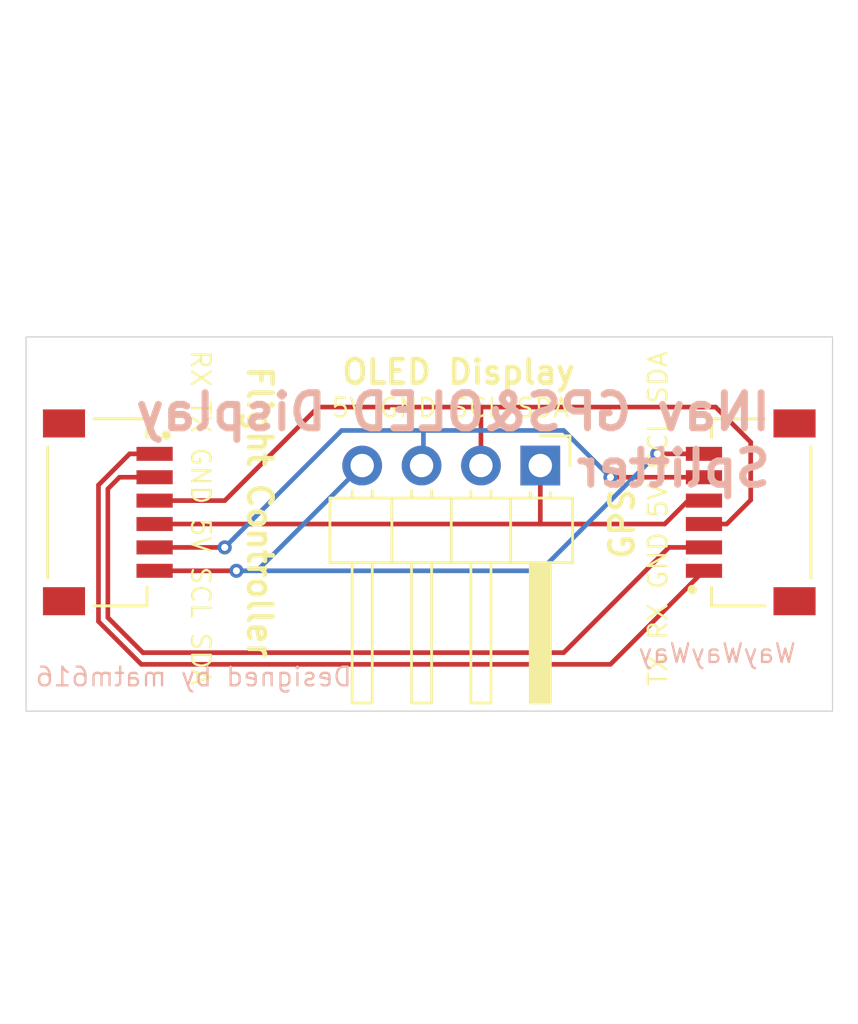
<source format=kicad_pcb>
(kicad_pcb (version 20241229) (generator "pcbnew") (generator_version "9.0")
  (title_block (title "INav GPS&Mag + I2C OLED Display splitter") (date "2025-04-05") (rev "1") (company "matm616"))
  (layers (0 "F.Cu" signal) (2 "B.Cu" signal) (13 "F.Paste" user) (15 "B.Paste" user) (5 "F.SilkS" user "F.Silkscreen") (7 "B.SilkS" user "B.Silkscreen") (1 "F.Mask" user) (3 "B.Mask" user) (25 "Edge.Cuts" user))
  (net 0 "")
  (net 1 "/RX")
  (net 2 "/GND")
  (net 3 "/5V")
  (net 4 "/SCL")
  (net 6 "/SDA")
  (net 7 "/TX")
  (footprint "SM06B-SRSS-TB_LF__SN_:JST_SM06B-SRSS-TB_LF__SN_" (layer "F.Cu") (at 79.5 78 -90)
    (property "Reference" "Flight Controller" (at 0 -4.5 270) (layer "F.SilkS") (effects (font (thickness 0.2) (bold yes))))
    (property "Value" "SM06B-SRSS-TB_LF__SN_")
    (fp_line (start -2.8 4.575) (end 2.8 4.575) (stroke (width 0.127)) (layer "F.SilkS"))
    (fp_line (start -4 0.325) (end -4 2.6) (stroke (width 0.127)) (layer "F.SilkS"))
    (fp_line (start -3.2 0.325) (end -4 0.325) (stroke (width 0.127)) (layer "F.SilkS"))
    (fp_line (start 3.2 0.325) (end 4 0.325) (stroke (width 0.127)) (layer "F.SilkS"))
    (fp_line (start 4 0.325) (end 4 2.6) (stroke (width 0.127)) (layer "F.SilkS"))
    (fp_circle (center -3.3 -0.5) (end -3.2 -0.5) (stroke (width 0.2)) (fill no) (layer "F.SilkS"))
    (pad "1" smd rect (at -2.5 0 270) (size 0.6 1.55) (layers "F.Cu" "F.Mask" "F.Paste") (net 1 "/RX"))
    (pad "2" smd rect (at -1.5 0 270) (size 0.6 1.55) (layers "F.Cu" "F.Mask" "F.Paste") (net 7 "/TX"))
    (pad "3" smd rect (at -0.5 0 270) (size 0.6 1.55) (layers "F.Cu" "F.Mask" "F.Paste") (net 2 "/GND"))
    (pad "4" smd rect (at 0.5 0 270) (size 0.6 1.55) (layers "F.Cu" "F.Mask" "F.Paste") (net 3 "/5V"))
    (pad "5" smd rect (at 1.5 0 270) (size 0.6 1.55) (layers "F.Cu" "F.Mask" "F.Paste") (net 4 "/SCL"))
    (pad "6" smd rect (at 2.5 0 270) (size 0.6 1.55) (layers "F.Cu" "F.Mask" "F.Paste") (net 6 "/SDA"))
    (pad "S1" smd rect (at -3.8 3.875 270) (size 1.2 1.8) (layers "F.Cu" "F.Mask" "F.Paste"))
    (pad "S2" smd rect (at 3.8 3.875 270) (size 1.2 1.8) (layers "F.Cu" "F.Mask" "F.Paste"))
  )
  (footprint "Connector_PinHeader_2.54mm:PinHeader_1x04_P2.54mm_Horizontal" (layer "F.Cu") (at 96 76 -90)
    (property "Reference" "OLED Display" (at -4 3.5 180) (layer "F.SilkS") (effects (font (thickness 0.2) (bold yes))))
    (property "Value" "Conn_01x04")
    (fp_line (start 1.39 9) (end 4.15 9) (stroke (width 0.12)) (layer "F.SilkS"))
    (fp_line (start 4.15 9) (end 4.15 -1.38) (stroke (width 0.12)) (layer "F.SilkS"))
    (fp_line (start 1.077358 8.05) (end 1.39 8.05) (stroke (width 0.12)) (layer "F.SilkS"))
    (fp_line (start 10.15 8.05) (end 4.15 8.05) (stroke (width 0.12)) (layer "F.SilkS"))
    (fp_line (start 1.077358 7.19) (end 1.39 7.19) (stroke (width 0.12)) (layer "F.SilkS"))
    (fp_line (start 4.15 7.19) (end 10.15 7.19) (stroke (width 0.12)) (layer "F.SilkS"))
    (fp_line (start 10.15 7.19) (end 10.15 8.05) (stroke (width 0.12)) (layer "F.SilkS"))
    (fp_line (start 1.39 6.35) (end 4.15 6.35) (stroke (width 0.12)) (layer "F.SilkS"))
    (fp_line (start 1.077358 5.51) (end 1.39 5.51) (stroke (width 0.12)) (layer "F.SilkS"))
    (fp_line (start 10.15 5.51) (end 4.15 5.51) (stroke (width 0.12)) (layer "F.SilkS"))
    (fp_line (start 1.077358 4.65) (end 1.39 4.65) (stroke (width 0.12)) (layer "F.SilkS"))
    (fp_line (start 4.15 4.65) (end 10.15 4.65) (stroke (width 0.12)) (layer "F.SilkS"))
    (fp_line (start 10.15 4.65) (end 10.15 5.51) (stroke (width 0.12)) (layer "F.SilkS"))
    (fp_line (start 1.39 3.81) (end 4.15 3.81) (stroke (width 0.12)) (layer "F.SilkS"))
    (fp_line (start 1.077358 2.97) (end 1.39 2.97) (stroke (width 0.12)) (layer "F.SilkS"))
    (fp_line (start 10.15 2.97) (end 4.15 2.97) (stroke (width 0.12)) (layer "F.SilkS"))
    (fp_line (start 1.077358 2.11) (end 1.39 2.11) (stroke (width 0.12)) (layer "F.SilkS"))
    (fp_line (start 4.15 2.11) (end 10.15 2.11) (stroke (width 0.12)) (layer "F.SilkS"))
    (fp_line (start 10.15 2.11) (end 10.15 2.97) (stroke (width 0.12)) (layer "F.SilkS"))
    (fp_line (start 1.39 1.27) (end 4.15 1.27) (stroke (width 0.12)) (layer "F.SilkS"))
    (fp_line (start 1.16 0.43) (end 1.39 0.43) (stroke (width 0.12)) (layer "F.SilkS"))
    (fp_line (start -1.27 0) (end -1.27 -1.27) (stroke (width 0.12)) (layer "F.SilkS"))
    (fp_line (start 1.16 -0.43) (end 1.39 -0.43) (stroke (width 0.12)) (layer "F.SilkS"))
    (fp_line (start -1.27 -1.27) (end 0 -1.27) (stroke (width 0.12)) (layer "F.SilkS"))
    (fp_line (start 1.39 -1.38) (end 1.39 9) (stroke (width 0.12)) (layer "F.SilkS"))
    (fp_line (start 4.15 -1.38) (end 1.39 -1.38) (stroke (width 0.12)) (layer "F.SilkS"))
    (fp_rect (start 4.15 -0.43) (end 10.15 0.43) (stroke (width 0.12)) (fill yes) (layer "F.SilkS"))
    (pad "1" thru_hole rect (at 0 0 270) (size 1.7 1.7) (drill 1) (layers "*.Cu" "*.Mask") (net 3 "/5V"))
    (pad "2" thru_hole circle (at 0 2.54 270) (size 1.7 1.7) (drill 1) (layers "*.Cu" "*.Mask") (net 2 "/GND"))
    (pad "3" thru_hole circle (at 0 5.08 270) (size 1.7 1.7) (drill 1) (layers "*.Cu" "*.Mask") (net 4 "/SCL"))
    (pad "4" thru_hole circle (at 0 7.62 270) (size 1.7 1.7) (drill 1) (layers "*.Cu" "*.Mask") (net 6 "/SDA"))
  )
  (footprint "SM06B-SRSS-TB_LF__SN_:JST_SM06B-SRSS-TB_LF__SN_" (layer "F.Cu") (at 103 78 90)
    (property "Reference" "GPS" (at -0.5 -3.5 90) (layer "F.SilkS") (effects (font (thickness 0.2) (bold yes))))
    (property "Value" "SM06B-SRSS-TB_LF__SN_")
    (fp_line (start 4 0.325) (end 4 2.6) (stroke (width 0.127)) (layer "F.SilkS"))
    (fp_line (start 3.2 0.325) (end 4 0.325) (stroke (width 0.127)) (layer "F.SilkS"))
    (fp_line (start -3.2 0.325) (end -4 0.325) (stroke (width 0.127)) (layer "F.SilkS"))
    (fp_line (start -4 0.325) (end -4 2.6) (stroke (width 0.127)) (layer "F.SilkS"))
    (fp_line (start -2.8 4.575) (end 2.8 4.575) (stroke (width 0.127)) (layer "F.SilkS"))
    (fp_circle (center -3.3 -0.5) (end -3.2 -0.5) (stroke (width 0.2)) (fill no) (layer "F.SilkS"))
    (pad "1" smd rect (at -2.5 0 90) (size 0.6 1.55) (layers "F.Cu" "F.Mask" "F.Paste") (net 1 "/RX"))
    (pad "2" smd rect (at -1.5 0 90) (size 0.6 1.55) (layers "F.Cu" "F.Mask" "F.Paste") (net 7 "/TX"))
    (pad "3" smd rect (at -0.5 0 90) (size 0.6 1.55) (layers "F.Cu" "F.Mask" "F.Paste") (net 2 "/GND"))
    (pad "4" smd rect (at 0.5 0 90) (size 0.6 1.55) (layers "F.Cu" "F.Mask" "F.Paste") (net 3 "/5V"))
    (pad "5" smd rect (at 1.5 0 90) (size 0.6 1.55) (layers "F.Cu" "F.Mask" "F.Paste") (net 4 "/SCL"))
    (pad "6" smd rect (at 2.5 0 90) (size 0.6 1.55) (layers "F.Cu" "F.Mask" "F.Paste") (net 6 "/SDA"))
    (pad "S1" smd rect (at -3.8 3.875 90) (size 1.2 1.8) (layers "F.Cu" "F.Mask" "F.Paste"))
    (pad "S2" smd rect (at 3.8 3.875 90) (size 1.2 1.8) (layers "F.Cu" "F.Mask" "F.Paste"))
  )
  (gr_rect (start 74 70.5) (end 108.5 86.5) (stroke (width 0.05)) (fill no) (layer "Edge.Cuts"))
  (gr_text "TX RX GND 5V SCL SDA" (at 101.5 85.5 90) (layer "F.SilkS") (effects (font (size 0.8 0.8) (thickness 0.1)) (justify left bottom)))
  (gr_text "RX TX GND 5V SCL SDA" (at 81 71 270) (layer "F.SilkS") (effects (font (size 0.8 0.8) (thickness 0.1)) (justify left bottom)))
  (gr_text "5V GND SCL SDA" (at 87 74 0) (layer "F.SilkS") (effects (font (size 0.8 0.8) (thickness 0.1)) (justify left bottom)))
  (gr_text "INav GPS&OLED Display\nSplitter" (at 106 77 0) (layer "B.SilkS") (effects (font (size 1.5 1.5) (thickness 0.3) (bold yes)) (justify left bottom mirror)))
  (gr_text "WayWayWay" (at 107 84.5 0) (layer "B.SilkS") (effects (font (size 0.8 0.8) (thickness 0.1)) (justify left bottom mirror)))
  (gr_text "Designed by matm616" (at 88 85.5 0) (layer "B.SilkS") (effects (font (size 0.8 0.8) (thickness 0.1)) (justify left bottom mirror)))
  (segment (start 78.4329 75.5) (end 77.099 76.8339) (width 0.2) (layer "F.Cu") (net 1))
  (segment (start 79.5 75.5) (end 78.4329 75.5) (width 0.2) (layer "F.Cu") (net 1))
  (segment (start 77.099 76.8339) (end 77.099 82.6661) (width 0.2) (layer "F.Cu") (net 1))
  (segment (start 77.099 82.6661) (end 78.9329 84.5) (width 0.2) (layer "F.Cu") (net 1))
  (segment (start 78.9329 84.5) (end 99 84.5) (width 0.2) (layer "F.Cu") (net 1))
  (segment (start 99 84.5) (end 103 80.5) (width 0.2) (layer "F.Cu") (net 1))
  (segment (start 82.5 77.5) (end 86.5 73.5) (width 0.2) (layer "F.Cu") (net 2))
  (segment (start 93.5 73.5) (end 103.5 73.5) (width 0.2) (layer "F.Cu") (net 2))
  (segment (start 103.5 73.5) (end 105 75) (width 0.2) (layer "F.Cu") (net 2))
  (segment (start 93.46 73.54) (end 93.5 73.5) (width 0.2) (layer "F.Cu") (net 2))
  (segment (start 79.5 77.5) (end 82.5 77.5) (width 0.2) (layer "F.Cu") (net 2))
  (segment (start 105 75) (end 105 77.475) (width 0.2) (layer "F.Cu") (net 2))
  (segment (start 93.46 76) (end 93.46 73.54) (width 0.2) (layer "F.Cu") (net 2))
  (segment (start 86.5 73.5) (end 93.5 73.5) (width 0.2) (layer "F.Cu") (net 2))
  (segment (start 105 77.475) (end 103.975 78.5) (width 0.2) (layer "F.Cu") (net 2))
  (segment (start 103.975 78.5) (end 103 78.5) (width 0.2) (layer "F.Cu") (net 2))
  (segment (start 101.323 78.5) (end 102.323 77.5) (width 0.2) (layer "F.Cu") (net 3))
  (segment (start 102.323 77.5) (end 103 77.5) (width 0.2) (layer "F.Cu") (net 3))
  (segment (start 79.5 78.5) (end 96 78.5) (width 0.2) (layer "F.Cu") (net 3))
  (segment (start 96 78.5) (end 101.323 78.5) (width 0.2) (layer "F.Cu") (net 3))
  (segment (start 96 78.5) (end 96 76) (width 0.2) (layer "F.Cu") (net 3))
  (segment (start 79.5 79.5) (end 82.5 79.5) (width 0.2) (layer "F.Cu") (net 4))
  (segment (start 99 76.5) (end 103 76.5) (width 0.2) (layer "F.Cu") (net 4))
  (via (at 99 76.5) (size 0.6) (drill 0.3) (layers "F.Cu" "B.Cu") (net 4))
  (via (at 82.5 79.5) (size 0.6) (drill 0.3) (layers "F.Cu" "B.Cu") (net 4))
  (segment (start 87.5 74.5) (end 91 74.5) (width 0.2) (layer "B.Cu") (net 4))
  (segment (start 97 74.5) (end 99 76.5) (width 0.2) (layer "B.Cu") (net 4))
  (segment (start 82.5 79.5) (end 87.5 74.5) (width 0.2) (layer "B.Cu") (net 4))
  (segment (start 91 74.5) (end 91 75.92) (width 0.2) (layer "B.Cu") (net 4))
  (segment (start 91 74.5) (end 97 74.5) (width 0.2) (layer "B.Cu") (net 4))
  (segment (start 91 75.92) (end 90.92 76) (width 0.2) (layer "B.Cu") (net 4))
  (segment (start 101 75.5) (end 103 75.5) (width 0.2) (layer "F.Cu") (net 6))
  (segment (start 79.5 80.5) (end 83 80.5) (width 0.2) (layer "F.Cu") (net 6))
  (via (at 83 80.5) (size 0.6) (drill 0.3) (layers "F.Cu" "B.Cu") (net 6))
  (via (at 101 75.5) (size 0.6) (drill 0.3) (layers "F.Cu" "B.Cu") (net 6))
  (segment (start 96 80.5) (end 101 75.5) (width 0.2) (layer "B.Cu") (net 6))
  (segment (start 83.88 80.5) (end 96 80.5) (width 0.2) (layer "B.Cu") (net 6))
  (segment (start 83 80.5) (end 83.88 80.5) (width 0.2) (layer "B.Cu") (net 6))
  (segment (start 83.88 80.5) (end 88.38 76) (width 0.2) (layer "B.Cu") (net 6))
  (segment (start 77.5 77) (end 77.5 82.5) (width 0.2) (layer "F.Cu") (net 7))
  (segment (start 79.5 76.5) (end 78 76.5) (width 0.2) (layer "F.Cu") (net 7))
  (segment (start 79 84) (end 97 84) (width 0.2) (layer "F.Cu") (net 7))
  (segment (start 77.5 82.5) (end 79 84) (width 0.2) (layer "F.Cu") (net 7))
  (segment (start 101.5 79.5) (end 103 79.5) (width 0.2) (layer "F.Cu") (net 7))
  (segment (start 97 84) (end 101.5 79.5) (width 0.2) (layer "F.Cu") (net 7))
  (segment (start 78 76.5) (end 77.5 77) (width 0.2) (layer "F.Cu") (net 7))
)
</source>
